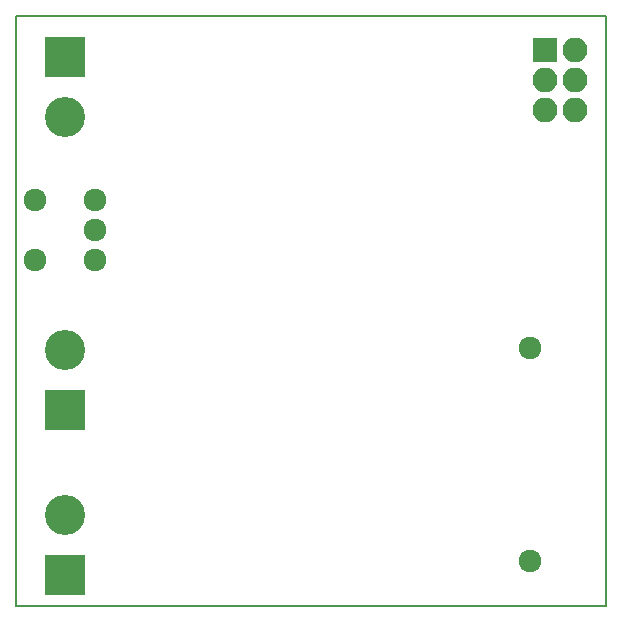
<source format=gbr>
G04 #@! TF.GenerationSoftware,KiCad,Pcbnew,(5.0.0)*
G04 #@! TF.CreationDate,2018-12-18T18:12:34+01:00*
G04 #@! TF.ProjectId,Bikelight,42696B656C696768742E6B696361645F,rev?*
G04 #@! TF.SameCoordinates,Original*
G04 #@! TF.FileFunction,Soldermask,Bot*
G04 #@! TF.FilePolarity,Negative*
%FSLAX46Y46*%
G04 Gerber Fmt 4.6, Leading zero omitted, Abs format (unit mm)*
G04 Created by KiCad (PCBNEW (5.0.0)) date 12/18/18 18:12:34*
%MOMM*%
%LPD*%
G01*
G04 APERTURE LIST*
%ADD10C,0.150000*%
%ADD11R,3.400000X3.400000*%
%ADD12C,3.400000*%
%ADD13C,1.924000*%
%ADD14O,2.100000X2.100000*%
%ADD15R,2.100000X2.100000*%
G04 APERTURE END LIST*
D10*
X150000000Y-100000000D02*
X150000000Y-150000000D01*
X100000000Y-150000000D02*
X100000000Y-100000000D01*
X150000000Y-150000000D02*
X100000000Y-150000000D01*
X100000000Y-100000000D02*
X150000000Y-100000000D01*
D11*
G04 #@! TO.C,J3*
X104140000Y-133350000D03*
D12*
X104140000Y-128270000D03*
G04 #@! TD*
D11*
G04 #@! TO.C,J1*
X104140000Y-103505000D03*
D12*
X104140000Y-108585000D03*
G04 #@! TD*
G04 #@! TO.C,J4*
X104140000Y-142240000D03*
D11*
X104140000Y-147320000D03*
G04 #@! TD*
D13*
G04 #@! TO.C,C6*
X143510000Y-128160000D03*
X143510000Y-146160000D03*
G04 #@! TD*
G04 #@! TO.C,SW1*
X106680000Y-120650000D03*
X106680000Y-118110000D03*
X106680000Y-115570000D03*
X101600000Y-120650000D03*
X101600000Y-115570000D03*
G04 #@! TD*
D14*
G04 #@! TO.C,J2*
X147320000Y-107950000D03*
X144780000Y-107950000D03*
X147320000Y-105410000D03*
X144780000Y-105410000D03*
X147320000Y-102870000D03*
D15*
X144780000Y-102870000D03*
G04 #@! TD*
M02*

</source>
